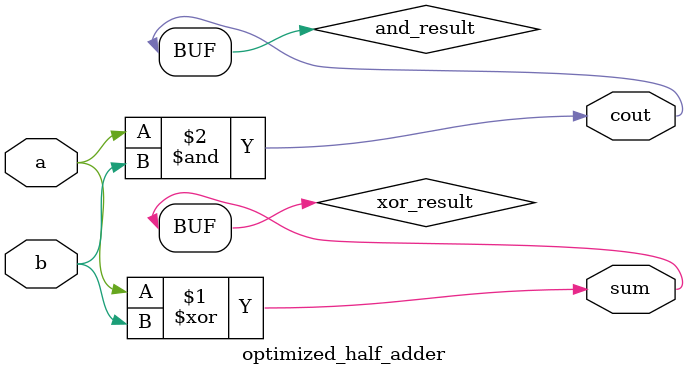
<source format=sv>
module bcd2bin #(parameter N=4)(
    input [N*4-1:0] bcd,
    output [N*7-1:0] bin
);
    genvar i;
    generate 
        for(i=0; i<N; i=i+1) begin: gen_bcd_conversion
            wire [3:0] bcd_digit = bcd[i*4+:4];
            wire [6:0] power_val;
            wire [6:0] result;
            
            // 使用简化的power值分配
            assign power_val = get_power_optimized(i);
            
            wallace_multiplier_8bit mult_inst (
                .a({4'b0000, bcd_digit}),
                .b(power_val),
                .p(result)
            );
            
            assign bin[i*7+:7] = result;
        end
    endgenerate
    
    // 优化的power函数，使用多级条件结构
    function [6:0] get_power_optimized;
        input integer idx;
        reg [6:0] power_result;
        begin
            // 将复杂的case语句转换为多级if-else结构
            if (idx == 0) begin
                power_result = 7'd1;   // 10^0 = 1
            end 
            else if (idx == 1) begin
                power_result = 7'd10;  // 10^1 = 10
            end
            else if (idx == 2) begin
                power_result = 7'd100; // 10^2 = 100
            end
            else begin
                power_result = 7'd0;
            end
            
            get_power_optimized = power_result;
        end
    endfunction
endmodule

module wallace_multiplier_8bit (
    input [7:0] a,
    input [7:0] b,
    output [6:0] p
);
    // 部分积生成
    wire [7:0] pp [7:0];
    wire [7:0] pp_row [7:0]; // 引入中间变量以提高可读性
    genvar i, j;
    
    generate
        for (i = 0; i < 8; i = i + 1) begin: gen_pp_rows
            for (j = 0; j < 8; j = j + 1) begin: gen_pp_cols
                // 分解条件表达式，增加中间信号
                wire a_bit = a[j];
                wire b_bit = b[i];
                assign pp[i][j] = a_bit & b_bit;
                assign pp_row[i][j] = pp[i][j]; // 增加中间变量提高可读性
            end
        end
    endgenerate
    
    // 第一阶段 - 从8行减少到6行
    wire [13:0] s1, c1;
    wire [13:0] sum_stage1, carry_stage1; // 引入有意义的中间变量名
    
    // 第一组：Row 0 + Row 1 + Row 2
    optimized_full_adder fa1_0(pp_row[0][0], pp_row[1][0], pp_row[2][0], s1[0], c1[0]);
    optimized_full_adder fa1_1(pp_row[0][1], pp_row[1][1], pp_row[2][1], s1[1], c1[1]);
    optimized_full_adder fa1_2(pp_row[0][2], pp_row[1][2], pp_row[2][2], s1[2], c1[2]);
    optimized_full_adder fa1_3(pp_row[0][3], pp_row[1][3], pp_row[2][3], s1[3], c1[3]);
    optimized_full_adder fa1_4(pp_row[0][4], pp_row[1][4], pp_row[2][4], s1[4], c1[4]);
    optimized_full_adder fa1_5(pp_row[0][5], pp_row[1][5], pp_row[2][5], s1[5], c1[5]);
    optimized_full_adder fa1_6(pp_row[0][6], pp_row[1][6], pp_row[2][6], s1[6], c1[6]);
    optimized_full_adder fa1_7(pp_row[0][7], pp_row[1][7], pp_row[2][7], s1[7], c1[7]);
    
    // 第二组：Row 3 + Row 4 + Row 5
    optimized_full_adder fa1_8(pp_row[3][0], pp_row[4][0], pp_row[5][0], s1[8], c1[8]);
    optimized_full_adder fa1_9(pp_row[3][1], pp_row[4][1], pp_row[5][1], s1[9], c1[9]);
    optimized_full_adder fa1_10(pp_row[3][2], pp_row[4][2], pp_row[5][2], s1[10], c1[10]);
    optimized_full_adder fa1_11(pp_row[3][3], pp_row[4][3], pp_row[5][3], s1[11], c1[11]);
    optimized_full_adder fa1_12(pp_row[3][4], pp_row[4][4], pp_row[5][4], s1[12], c1[12]);
    optimized_full_adder fa1_13(pp_row[3][5], pp_row[4][5], pp_row[5][5], s1[13], c1[13]);
    
    // 将s1和c1复制到有意义的变量
    assign sum_stage1 = s1;
    assign carry_stage1 = c1;
    
    // 第二阶段 - 从6行减少到4行
    wire [14:0] s2, c2;
    wire [14:0] sum_stage2, carry_stage2; // 引入更有意义的变量名
    
    // 第一组：s1 + c1(移位) + pp6
    optimized_full_adder fa2_0(sum_stage1[0], 1'b0, pp_row[6][0], s2[0], c2[0]);
    optimized_full_adder fa2_1(sum_stage1[1], carry_stage1[0], pp_row[6][1], s2[1], c2[1]);
    optimized_full_adder fa2_2(sum_stage1[2], carry_stage1[1], pp_row[6][2], s2[2], c2[2]);
    optimized_full_adder fa2_3(sum_stage1[3], carry_stage1[2], pp_row[6][3], s2[3], c2[3]);
    optimized_full_adder fa2_4(sum_stage1[4], carry_stage1[3], pp_row[6][4], s2[4], c2[4]);
    optimized_full_adder fa2_5(sum_stage1[5], carry_stage1[4], pp_row[6][5], s2[5], c2[5]);
    optimized_full_adder fa2_6(sum_stage1[6], carry_stage1[5], pp_row[6][6], s2[6], c2[6]);
    optimized_full_adder fa2_7(sum_stage1[7], carry_stage1[6], pp_row[6][7], s2[7], c2[7]);
    
    // 第二组：s1[8:13] + c1[7:12](移位) + pp7
    optimized_full_adder fa2_8(sum_stage1[8], carry_stage1[7], pp_row[7][0], s2[8], c2[8]);
    optimized_full_adder fa2_9(sum_stage1[9], carry_stage1[8], pp_row[7][1], s2[9], c2[9]);
    optimized_full_adder fa2_10(sum_stage1[10], carry_stage1[9], pp_row[7][2], s2[10], c2[10]);
    optimized_full_adder fa2_11(sum_stage1[11], carry_stage1[10], pp_row[7][3], s2[11], c2[11]);
    optimized_full_adder fa2_12(sum_stage1[12], carry_stage1[11], pp_row[7][4], s2[12], c2[12]);
    optimized_full_adder fa2_13(sum_stage1[13], carry_stage1[12], pp_row[7][5], s2[13], c2[13]);
    optimized_full_adder fa2_14(1'b0, carry_stage1[13], pp_row[7][6], s2[14], c2[14]);
    
    // 将s2和c2复制到有意义的变量
    assign sum_stage2 = s2;
    assign carry_stage2 = c2;
    
    // 第三阶段 - 从4行减少到2行
    wire [15:0] s3, c3;
    wire [15:0] sum_stage3, carry_stage3; // 引入更有意义的变量名
    
    // s2 + c2(移位)
    optimized_half_adder ha3_0(sum_stage2[0], 1'b0, s3[0], c3[0]);
    optimized_full_adder fa3_1(sum_stage2[1], carry_stage2[0], 1'b0, s3[1], c3[1]);
    optimized_full_adder fa3_2(sum_stage2[2], carry_stage2[1], 1'b0, s3[2], c3[2]);
    optimized_full_adder fa3_3(sum_stage2[3], carry_stage2[2], 1'b0, s3[3], c3[3]);
    optimized_full_adder fa3_4(sum_stage2[4], carry_stage2[3], 1'b0, s3[4], c3[4]);
    optimized_full_adder fa3_5(sum_stage2[5], carry_stage2[4], 1'b0, s3[5], c3[5]);
    optimized_full_adder fa3_6(sum_stage2[6], carry_stage2[5], 1'b0, s3[6], c3[6]);
    optimized_full_adder fa3_7(sum_stage2[7], carry_stage2[6], 1'b0, s3[7], c3[7]);
    optimized_full_adder fa3_8(sum_stage2[8], carry_stage2[7], 1'b0, s3[8], c3[8]);
    optimized_full_adder fa3_9(sum_stage2[9], carry_stage2[8], 1'b0, s3[9], c3[9]);
    optimized_full_adder fa3_10(sum_stage2[10], carry_stage2[9], 1'b0, s3[10], c3[10]);
    optimized_full_adder fa3_11(sum_stage2[11], carry_stage2[10], 1'b0, s3[11], c3[11]);
    optimized_full_adder fa3_12(sum_stage2[12], carry_stage2[11], 1'b0, s3[12], c3[12]);
    optimized_full_adder fa3_13(sum_stage2[13], carry_stage2[12], 1'b0, s3[13], c3[13]);
    optimized_full_adder fa3_14(sum_stage2[14], carry_stage2[13], pp_row[7][7], s3[14], c3[14]);
    optimized_half_adder ha3_15(1'b0, carry_stage2[14], s3[15], c3[15]);
    
    // 将s3和c3复制到有意义的变量
    assign sum_stage3 = s3;
    assign carry_stage3 = c3;
    
    // 最终阶段 - 进位传播加法器
    wire [15:0] final_sum;
    wire [16:0] final_carry;
    
    assign final_carry[0] = 1'b0;
    
    generate
        for (i = 0; i < 16; i = i + 1) begin: gen_final_adder
            wire sum_bit, carry_bit, a_bit, b_bit, cin_bit;
            
            // 使用中间变量提高可读性
            assign a_bit = sum_stage3[i];
            assign b_bit = carry_stage3[i];
            assign cin_bit = final_carry[i];
            
            optimized_full_adder fa_final(a_bit, b_bit, cin_bit, sum_bit, carry_bit);
            
            assign final_sum[i] = sum_bit;
            assign final_carry[i+1] = carry_bit;
        end
    endgenerate
    
    // 取低7位作为结果
    assign p = final_sum[6:0];
endmodule

// 优化的全加器，通过引入中间变量分解逻辑
module optimized_full_adder(
    input a, b, cin,
    output sum, cout
);
    wire xor_ab;
    wire and_ab;
    wire and_bcin;
    wire and_acin;
    
    // 使用中间变量分解复杂表达式
    assign xor_ab = a ^ b;
    assign sum = xor_ab ^ cin;
    
    assign and_ab = a & b;
    assign and_bcin = b & cin;
    assign and_acin = a & cin;
    
    // 使用中间变量构建进位逻辑
    assign cout = and_ab | and_bcin | and_acin;
endmodule

// 优化的半加器，通过引入中间变量提高清晰度
module optimized_half_adder(
    input a, b,
    output sum, cout
);
    // 使用中间变量分解逻辑
    wire xor_result;
    wire and_result;
    
    assign xor_result = a ^ b;
    assign and_result = a & b;
    
    assign sum = xor_result;
    assign cout = and_result;
endmodule
</source>
